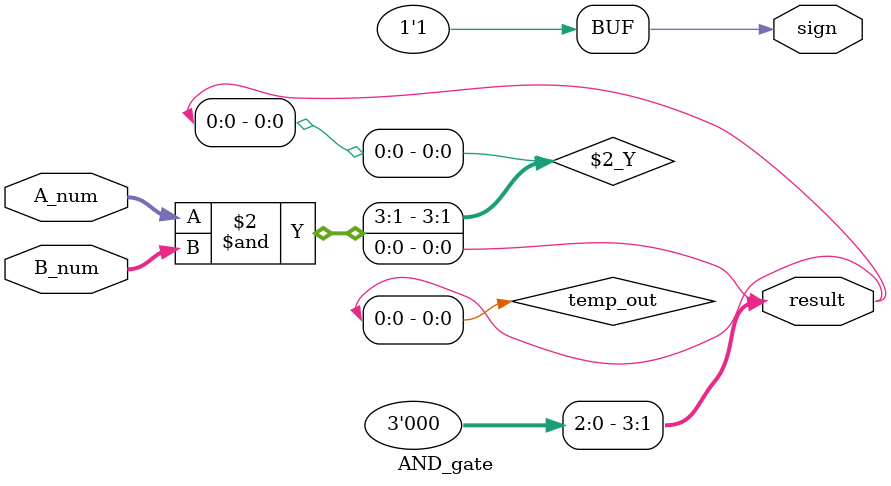
<source format=sv>

module AND_gate #(parameter N = 4)(
	input logic [N-1:0] A_num,
	input logic [N-1:0] B_num,
	output logic [N-1:0] result,
	output logic sign);
	
	logic temp_out;
	
	
	always @(*) begin
	
		temp_out = A_num & B_num;
		
		sign <= 1'b1;
	
	end
	
	
	assign result = temp_out;
	
	
	endmodule
</source>
